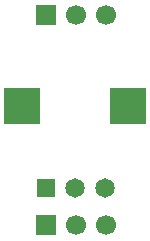
<source format=gbr>
%TF.GenerationSoftware,KiCad,Pcbnew,9.0.6*%
%TF.CreationDate,2025-12-17T11:27:33-05:00*%
%TF.ProjectId,lichen-breadboard-alpha-pot-single-adaptor,6c696368-656e-42d6-9272-656164626f61,rev?*%
%TF.SameCoordinates,Original*%
%TF.FileFunction,Copper,L2,Bot*%
%TF.FilePolarity,Positive*%
%FSLAX46Y46*%
G04 Gerber Fmt 4.6, Leading zero omitted, Abs format (unit mm)*
G04 Created by KiCad (PCBNEW 9.0.6) date 2025-12-17 11:27:33*
%MOMM*%
%LPD*%
G01*
G04 APERTURE LIST*
%TA.AperFunction,ComponentPad*%
%ADD10R,1.650000X1.650000*%
%TD*%
%TA.AperFunction,ComponentPad*%
%ADD11C,1.650000*%
%TD*%
%TA.AperFunction,ComponentPad*%
%ADD12R,3.116000X3.116000*%
%TD*%
%TA.AperFunction,ComponentPad*%
%ADD13R,1.700000X1.700000*%
%TD*%
%TA.AperFunction,ComponentPad*%
%ADD14C,1.700000*%
%TD*%
G04 APERTURE END LIST*
D10*
%TO.P,RV1,1,1*%
%TO.N,Net-(J3-Pin_1)*%
X104000000Y-116660000D03*
D11*
%TO.P,RV1,2,2*%
%TO.N,Net-(J3-Pin_2)*%
X106500000Y-116660000D03*
%TO.P,RV1,3,3*%
%TO.N,Net-(J3-Pin_3)*%
X109000000Y-116660000D03*
D12*
%TO.P,RV1,CHASSIS1*%
%TO.N,N/C*%
X102000000Y-109660000D03*
%TO.P,RV1,CHASSIS2*%
X111000000Y-109660000D03*
%TD*%
D13*
%TO.P,J1,1,Pin_1*%
%TO.N,unconnected-(J1-Pin_1-Pad1)*%
X104000000Y-102000000D03*
D14*
%TO.P,J1,2,Pin_2*%
%TO.N,unconnected-(J1-Pin_2-Pad2)*%
X106540000Y-102000000D03*
%TO.P,J1,3,Pin_3*%
%TO.N,unconnected-(J1-Pin_3-Pad3)*%
X109080000Y-102000000D03*
%TD*%
D13*
%TO.P,J3,1,Pin_1*%
%TO.N,Net-(J3-Pin_1)*%
X104000000Y-119780000D03*
D14*
%TO.P,J3,2,Pin_2*%
%TO.N,Net-(J3-Pin_2)*%
X106540000Y-119780000D03*
%TO.P,J3,3,Pin_3*%
%TO.N,Net-(J3-Pin_3)*%
X109080000Y-119780000D03*
%TD*%
M02*

</source>
